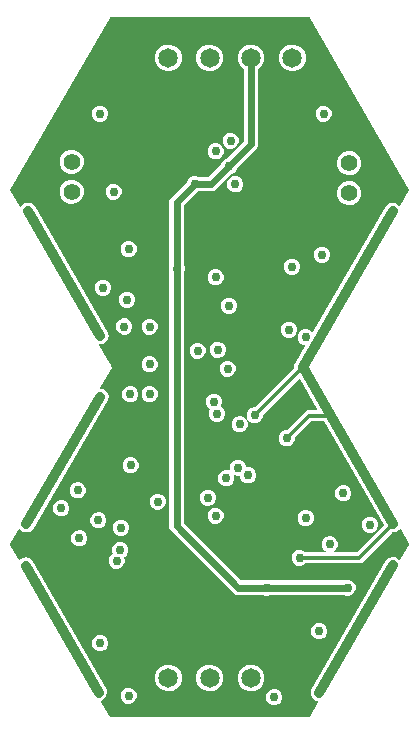
<source format=gbr>
G04 EAGLE Gerber RS-274X export*
G75*
%MOMM*%
%FSLAX34Y34*%
%LPD*%
%INEAGLE Copper Layer 2*%
%IPPOS*%
%AMOC8*
5,1,8,0,0,1.08239X$1,22.5*%
G01*
%ADD10C,1.650000*%
%ADD11C,1.422400*%
%ADD12C,0.756400*%
%ADD13C,0.812800*%
%ADD14C,0.304800*%
%ADD15C,0.609600*%

G36*
X314201Y106013D02*
X314201Y106013D01*
X314274Y106020D01*
X314298Y106033D01*
X314325Y106038D01*
X314386Y106080D01*
X314451Y106115D01*
X314470Y106137D01*
X314491Y106151D01*
X314520Y106196D01*
X314568Y106252D01*
X321863Y118889D01*
X321865Y118893D01*
X321868Y118897D01*
X321897Y118989D01*
X321927Y119079D01*
X321927Y119084D01*
X321928Y119088D01*
X321919Y119184D01*
X321912Y119279D01*
X321910Y119283D01*
X321910Y119288D01*
X321865Y119372D01*
X321821Y119458D01*
X321818Y119461D01*
X321816Y119465D01*
X321742Y119525D01*
X321668Y119587D01*
X321664Y119588D01*
X321660Y119591D01*
X321489Y119646D01*
X320380Y119789D01*
X317926Y121197D01*
X316197Y123437D01*
X315457Y126168D01*
X315818Y128974D01*
X379344Y239716D01*
X381584Y241445D01*
X384315Y242185D01*
X387122Y241824D01*
X389576Y240416D01*
X390514Y239200D01*
X390517Y239198D01*
X390518Y239195D01*
X390593Y239132D01*
X390666Y239069D01*
X390669Y239068D01*
X390671Y239066D01*
X390765Y239036D01*
X390856Y239006D01*
X390860Y239007D01*
X390863Y239006D01*
X390959Y239015D01*
X391056Y239023D01*
X391059Y239024D01*
X391062Y239024D01*
X391147Y239070D01*
X391234Y239115D01*
X391236Y239117D01*
X391239Y239119D01*
X391355Y239257D01*
X398826Y252196D01*
X398849Y252266D01*
X398880Y252334D01*
X398881Y252361D01*
X398890Y252386D01*
X398884Y252460D01*
X398887Y252534D01*
X398877Y252561D01*
X398875Y252586D01*
X398851Y252634D01*
X398826Y252704D01*
X391535Y265332D01*
X391533Y265334D01*
X391531Y265338D01*
X391466Y265410D01*
X391403Y265482D01*
X391399Y265484D01*
X391397Y265487D01*
X391310Y265527D01*
X391222Y265569D01*
X391218Y265569D01*
X391215Y265571D01*
X391119Y265575D01*
X391022Y265580D01*
X391018Y265578D01*
X391015Y265579D01*
X390925Y265545D01*
X390834Y265512D01*
X390831Y265509D01*
X390827Y265508D01*
X390694Y265387D01*
X389976Y264452D01*
X387526Y263037D01*
X384677Y262663D01*
X384624Y262672D01*
X384598Y262666D01*
X384571Y262667D01*
X384501Y262643D01*
X384429Y262626D01*
X384405Y262610D01*
X384381Y262602D01*
X384342Y262566D01*
X384281Y262524D01*
X358484Y236727D01*
X311368Y236727D01*
X311360Y236726D01*
X311352Y236727D01*
X311262Y236706D01*
X311171Y236688D01*
X311164Y236683D01*
X311157Y236681D01*
X311009Y236579D01*
X309939Y235509D01*
X309453Y235308D01*
X308229Y234801D01*
X307429Y234469D01*
X304711Y234469D01*
X302201Y235509D01*
X300279Y237431D01*
X299239Y239941D01*
X299239Y242659D01*
X300279Y245169D01*
X302201Y247091D01*
X303336Y247561D01*
X304561Y248068D01*
X304711Y248131D01*
X307429Y248131D01*
X309939Y247091D01*
X311009Y246021D01*
X311015Y246017D01*
X311020Y246011D01*
X311099Y245962D01*
X311176Y245910D01*
X311184Y245909D01*
X311190Y245905D01*
X311368Y245873D01*
X327625Y245873D01*
X327627Y245873D01*
X327628Y245873D01*
X327724Y245893D01*
X327822Y245912D01*
X327823Y245913D01*
X327824Y245913D01*
X327903Y245968D01*
X327988Y246025D01*
X327988Y246026D01*
X327989Y246027D01*
X328043Y246110D01*
X328097Y246193D01*
X328097Y246194D01*
X328098Y246195D01*
X328115Y246293D01*
X328132Y246390D01*
X328132Y246392D01*
X328132Y246393D01*
X328111Y246487D01*
X328089Y246586D01*
X328088Y246587D01*
X328088Y246588D01*
X328031Y246668D01*
X327973Y246749D01*
X327972Y246750D01*
X327971Y246751D01*
X327819Y246849D01*
X327601Y246939D01*
X325679Y248861D01*
X324639Y251371D01*
X324639Y254089D01*
X325679Y256599D01*
X327601Y258521D01*
X328083Y258721D01*
X329307Y259228D01*
X329308Y259228D01*
X330111Y259561D01*
X332829Y259561D01*
X335339Y258521D01*
X337261Y256599D01*
X338301Y254089D01*
X338301Y251371D01*
X337261Y248861D01*
X335339Y246939D01*
X335121Y246849D01*
X335120Y246848D01*
X335118Y246848D01*
X335037Y246792D01*
X334954Y246737D01*
X334954Y246736D01*
X334952Y246735D01*
X334899Y246652D01*
X334844Y246569D01*
X334844Y246568D01*
X334843Y246567D01*
X334825Y246467D01*
X334808Y246372D01*
X334808Y246371D01*
X334808Y246370D01*
X334830Y246269D01*
X334850Y246176D01*
X334851Y246175D01*
X334851Y246174D01*
X334910Y246091D01*
X334965Y246012D01*
X334966Y246012D01*
X334967Y246011D01*
X335052Y245958D01*
X335135Y245906D01*
X335136Y245905D01*
X335137Y245905D01*
X335315Y245873D01*
X354486Y245873D01*
X354494Y245874D01*
X354502Y245873D01*
X354591Y245894D01*
X354683Y245912D01*
X354689Y245917D01*
X354697Y245919D01*
X354845Y246021D01*
X377346Y268523D01*
X377368Y268556D01*
X377398Y268583D01*
X377423Y268639D01*
X377457Y268690D01*
X377465Y268729D01*
X377481Y268765D01*
X377483Y268826D01*
X377495Y268887D01*
X377487Y268926D01*
X377488Y268966D01*
X377464Y269032D01*
X377453Y269083D01*
X377438Y269105D01*
X377427Y269135D01*
X326833Y356790D01*
X326809Y356832D01*
X326760Y356888D01*
X326717Y356948D01*
X326694Y356962D01*
X326676Y356983D01*
X326609Y357015D01*
X326547Y357054D01*
X326518Y357059D01*
X326496Y357070D01*
X326442Y357073D01*
X326369Y357086D01*
X316272Y357086D01*
X316264Y357084D01*
X316257Y357086D01*
X316167Y357065D01*
X316076Y357046D01*
X316069Y357042D01*
X316061Y357040D01*
X315913Y356937D01*
X302004Y343028D01*
X301999Y343021D01*
X301993Y343017D01*
X301944Y342938D01*
X301893Y342861D01*
X301891Y342853D01*
X301887Y342847D01*
X301855Y342669D01*
X301855Y341157D01*
X300815Y338646D01*
X298894Y336725D01*
X297750Y336251D01*
X297749Y336251D01*
X296525Y335743D01*
X296383Y335685D01*
X293666Y335685D01*
X291155Y336725D01*
X289234Y338646D01*
X288194Y341157D01*
X288194Y343874D01*
X289234Y346385D01*
X291155Y348306D01*
X291632Y348504D01*
X292857Y349011D01*
X293666Y349346D01*
X295178Y349346D01*
X295186Y349348D01*
X295194Y349346D01*
X295284Y349367D01*
X295375Y349386D01*
X295381Y349390D01*
X295389Y349392D01*
X295537Y349495D01*
X312274Y366231D01*
X320505Y366231D01*
X320542Y366239D01*
X320579Y366237D01*
X320639Y366258D01*
X320702Y366271D01*
X320732Y366292D01*
X320767Y366305D01*
X320815Y366348D01*
X320867Y366384D01*
X320888Y366415D01*
X320915Y366440D01*
X320942Y366498D01*
X320977Y366552D01*
X320983Y366588D01*
X320999Y366622D01*
X321001Y366686D01*
X321012Y366749D01*
X321004Y366785D01*
X321005Y366823D01*
X320980Y366892D01*
X320969Y366945D01*
X320954Y366965D01*
X320944Y366992D01*
X306100Y392710D01*
X306053Y392764D01*
X306012Y392823D01*
X305987Y392838D01*
X305968Y392861D01*
X305903Y392892D01*
X305843Y392930D01*
X305814Y392935D01*
X305787Y392948D01*
X305716Y392952D01*
X305645Y392964D01*
X305617Y392957D01*
X305587Y392958D01*
X305520Y392934D01*
X305450Y392918D01*
X305424Y392900D01*
X305398Y392891D01*
X305360Y392856D01*
X305302Y392815D01*
X274949Y362462D01*
X274945Y362456D01*
X274939Y362451D01*
X274890Y362373D01*
X274838Y362296D01*
X274837Y362288D01*
X274833Y362281D01*
X274801Y362104D01*
X274801Y360591D01*
X273761Y358081D01*
X271839Y356159D01*
X271536Y356033D01*
X270311Y355526D01*
X269329Y355119D01*
X266611Y355119D01*
X264101Y356159D01*
X262157Y358103D01*
X262156Y358104D01*
X262155Y358105D01*
X262073Y358159D01*
X261990Y358214D01*
X261989Y358214D01*
X261988Y358215D01*
X261890Y358233D01*
X261844Y358242D01*
X261861Y358269D01*
X261915Y358354D01*
X261915Y358355D01*
X261916Y358356D01*
X261932Y358455D01*
X261949Y358551D01*
X261948Y358553D01*
X261949Y358554D01*
X261910Y358730D01*
X261139Y360591D01*
X261139Y363309D01*
X262179Y365819D01*
X264101Y367741D01*
X264194Y367779D01*
X265418Y368287D01*
X266611Y368781D01*
X268124Y368781D01*
X268132Y368782D01*
X268139Y368781D01*
X268229Y368802D01*
X268320Y368820D01*
X268327Y368825D01*
X268334Y368827D01*
X268482Y368929D01*
X301223Y401670D01*
X301265Y401733D01*
X301313Y401791D01*
X301320Y401816D01*
X301334Y401837D01*
X301348Y401911D01*
X301370Y401983D01*
X301367Y402011D01*
X301372Y402034D01*
X301370Y402042D01*
X301430Y402509D01*
X301426Y402563D01*
X301429Y402640D01*
X301373Y403065D01*
X301606Y403932D01*
X301608Y403964D01*
X301619Y404000D01*
X301732Y404890D01*
X301946Y405263D01*
X301963Y405315D01*
X301995Y405384D01*
X302106Y405798D01*
X302653Y406510D01*
X302667Y406539D01*
X302691Y406568D01*
X310595Y420400D01*
X310607Y420435D01*
X310626Y420465D01*
X310638Y420529D01*
X310658Y420591D01*
X310656Y420627D01*
X310662Y420662D01*
X310648Y420726D01*
X310643Y420790D01*
X310626Y420823D01*
X310618Y420858D01*
X310581Y420911D01*
X310551Y420969D01*
X310523Y420992D01*
X310502Y421021D01*
X310447Y421056D01*
X310397Y421097D01*
X310363Y421108D01*
X310332Y421127D01*
X310258Y421141D01*
X310206Y421157D01*
X310182Y421154D01*
X310155Y421159D01*
X309791Y421159D01*
X307281Y422199D01*
X305359Y424121D01*
X304319Y426631D01*
X304319Y429349D01*
X305359Y431859D01*
X307281Y433781D01*
X308363Y434229D01*
X309587Y434736D01*
X309588Y434736D01*
X309791Y434821D01*
X312509Y434821D01*
X315019Y433781D01*
X316598Y432202D01*
X316657Y432163D01*
X316712Y432117D01*
X316740Y432108D01*
X316765Y432091D01*
X316835Y432078D01*
X316903Y432057D01*
X316933Y432059D01*
X316962Y432054D01*
X317031Y432068D01*
X317102Y432075D01*
X317129Y432089D01*
X317158Y432095D01*
X317216Y432136D01*
X317279Y432170D01*
X317300Y432194D01*
X317322Y432210D01*
X317350Y432253D01*
X317396Y432307D01*
X317681Y432800D01*
X317681Y432801D01*
X317682Y432802D01*
X318413Y434082D01*
X318441Y434115D01*
X379361Y539456D01*
X381607Y541176D01*
X384341Y541907D01*
X387146Y541536D01*
X389596Y540119D01*
X390421Y539042D01*
X390424Y539039D01*
X390426Y539035D01*
X390500Y538973D01*
X390572Y538910D01*
X390576Y538908D01*
X390579Y538906D01*
X390672Y538877D01*
X390762Y538847D01*
X390766Y538847D01*
X390770Y538846D01*
X390867Y538855D01*
X390962Y538862D01*
X390966Y538864D01*
X390970Y538864D01*
X391056Y538910D01*
X391140Y538954D01*
X391143Y538957D01*
X391147Y538959D01*
X391263Y539097D01*
X398826Y552196D01*
X398849Y552266D01*
X398880Y552334D01*
X398881Y552361D01*
X398890Y552386D01*
X398884Y552460D01*
X398887Y552534D01*
X398877Y552561D01*
X398875Y552586D01*
X398851Y552634D01*
X398826Y552704D01*
X314568Y698648D01*
X314519Y698703D01*
X314476Y698763D01*
X314453Y698778D01*
X314435Y698798D01*
X314368Y698830D01*
X314306Y698869D01*
X314277Y698874D01*
X314255Y698885D01*
X314201Y698888D01*
X314128Y698901D01*
X145612Y698901D01*
X145539Y698887D01*
X145466Y698880D01*
X145442Y698867D01*
X145415Y698862D01*
X145354Y698820D01*
X145289Y698785D01*
X145270Y698763D01*
X145249Y698749D01*
X145220Y698704D01*
X145172Y698648D01*
X60914Y552704D01*
X60891Y552634D01*
X60860Y552566D01*
X60859Y552539D01*
X60850Y552514D01*
X60856Y552440D01*
X60853Y552366D01*
X60863Y552339D01*
X60865Y552314D01*
X60889Y552266D01*
X60914Y552196D01*
X69023Y538151D01*
X69026Y538148D01*
X69027Y538144D01*
X69092Y538073D01*
X69155Y538001D01*
X69159Y537999D01*
X69162Y537996D01*
X69248Y537956D01*
X69336Y537914D01*
X69340Y537913D01*
X69344Y537912D01*
X69439Y537908D01*
X69536Y537903D01*
X69540Y537904D01*
X69544Y537904D01*
X69634Y537938D01*
X69725Y537971D01*
X69728Y537974D01*
X69732Y537975D01*
X69865Y538096D01*
X71414Y540119D01*
X73864Y541536D01*
X76669Y541907D01*
X79403Y541176D01*
X81649Y539456D01*
X144026Y431596D01*
X144397Y428791D01*
X143666Y426057D01*
X141946Y423811D01*
X139496Y422395D01*
X136864Y422046D01*
X136860Y422045D01*
X136856Y422045D01*
X136766Y422012D01*
X136674Y421981D01*
X136671Y421978D01*
X136668Y421977D01*
X136597Y421912D01*
X136525Y421848D01*
X136523Y421844D01*
X136520Y421842D01*
X136480Y421754D01*
X136438Y421667D01*
X136438Y421663D01*
X136437Y421659D01*
X136433Y421562D01*
X136429Y421466D01*
X136430Y421463D01*
X136430Y421459D01*
X136491Y421290D01*
X145800Y405166D01*
X145828Y405134D01*
X145848Y405096D01*
X145899Y405053D01*
X145932Y405015D01*
X145959Y405002D01*
X145986Y404980D01*
X146317Y404788D01*
X146560Y403884D01*
X146584Y403835D01*
X146610Y403762D01*
X147078Y402951D01*
X146979Y402581D01*
X146976Y402539D01*
X146964Y402498D01*
X146970Y402432D01*
X146967Y402381D01*
X146976Y402353D01*
X146979Y402319D01*
X147078Y401949D01*
X146610Y401138D01*
X146593Y401086D01*
X146560Y401016D01*
X146317Y400112D01*
X145986Y399920D01*
X145954Y399892D01*
X145916Y399872D01*
X145873Y399821D01*
X145835Y399788D01*
X145822Y399761D01*
X145800Y399734D01*
X137323Y385052D01*
X137322Y385049D01*
X137321Y385047D01*
X137290Y384954D01*
X137259Y384862D01*
X137259Y384859D01*
X137259Y384857D01*
X137267Y384760D01*
X137274Y384662D01*
X137275Y384660D01*
X137275Y384657D01*
X137321Y384570D01*
X137365Y384483D01*
X137367Y384482D01*
X137368Y384479D01*
X137444Y384416D01*
X137518Y384354D01*
X137520Y384353D01*
X137523Y384351D01*
X137694Y384296D01*
X139523Y384046D01*
X141967Y382620D01*
X143679Y380367D01*
X144399Y377630D01*
X144016Y374827D01*
X79975Y265098D01*
X77722Y263386D01*
X74985Y262666D01*
X72182Y263049D01*
X69738Y264475D01*
X69047Y265384D01*
X69043Y265387D01*
X69041Y265392D01*
X68968Y265453D01*
X68897Y265516D01*
X68892Y265518D01*
X68888Y265521D01*
X68796Y265550D01*
X68707Y265580D01*
X68702Y265580D01*
X68697Y265581D01*
X68602Y265572D01*
X68507Y265565D01*
X68502Y265563D01*
X68497Y265563D01*
X68413Y265518D01*
X68328Y265474D01*
X68325Y265470D01*
X68320Y265468D01*
X68204Y265330D01*
X60914Y252704D01*
X60891Y252634D01*
X60860Y252566D01*
X60859Y252539D01*
X60850Y252514D01*
X60856Y252440D01*
X60853Y252366D01*
X60863Y252339D01*
X60865Y252314D01*
X60889Y252266D01*
X60914Y252196D01*
X68167Y239634D01*
X68169Y239631D01*
X68170Y239628D01*
X68233Y239559D01*
X68244Y239543D01*
X68250Y239539D01*
X68299Y239484D01*
X68303Y239482D01*
X68305Y239479D01*
X68392Y239439D01*
X68480Y239396D01*
X68483Y239396D01*
X68487Y239395D01*
X68583Y239391D01*
X68680Y239386D01*
X68683Y239387D01*
X68687Y239387D01*
X68778Y239421D01*
X68869Y239454D01*
X68871Y239456D01*
X68875Y239458D01*
X68978Y239551D01*
X68988Y239558D01*
X68991Y239563D01*
X69008Y239579D01*
X69213Y239845D01*
X71665Y241258D01*
X74471Y241626D01*
X77203Y240891D01*
X79447Y239167D01*
X142759Y129326D01*
X143126Y126520D01*
X142392Y123788D01*
X140668Y121544D01*
X138216Y120131D01*
X137987Y120101D01*
X137983Y120100D01*
X137979Y120100D01*
X137889Y120068D01*
X137798Y120036D01*
X137795Y120034D01*
X137791Y120032D01*
X137720Y119967D01*
X137648Y119903D01*
X137646Y119899D01*
X137643Y119897D01*
X137603Y119809D01*
X137561Y119722D01*
X137561Y119718D01*
X137559Y119714D01*
X137556Y119617D01*
X137552Y119522D01*
X137553Y119518D01*
X137553Y119514D01*
X137614Y119345D01*
X145172Y106252D01*
X145221Y106197D01*
X145264Y106137D01*
X145287Y106122D01*
X145305Y106102D01*
X145372Y106070D01*
X145434Y106031D01*
X145463Y106026D01*
X145485Y106015D01*
X145539Y106012D01*
X145612Y105999D01*
X314128Y105999D01*
X314201Y106013D01*
G37*
%LPC*%
G36*
X276771Y209069D02*
X276771Y209069D01*
X275092Y209765D01*
X275083Y209766D01*
X275076Y209771D01*
X274898Y209803D01*
X252787Y209803D01*
X250547Y210731D01*
X196761Y264517D01*
X195833Y266757D01*
X195833Y482768D01*
X195831Y482777D01*
X195833Y482786D01*
X195795Y482962D01*
X195099Y484641D01*
X195099Y487359D01*
X195795Y489038D01*
X195796Y489047D01*
X195801Y489054D01*
X195833Y489232D01*
X195833Y543503D01*
X196761Y545743D01*
X198548Y547530D01*
X210574Y559556D01*
X210579Y559564D01*
X210586Y559569D01*
X210684Y559720D01*
X211379Y561399D01*
X213301Y563321D01*
X213921Y563578D01*
X215146Y564085D01*
X215811Y564361D01*
X218529Y564361D01*
X220208Y563665D01*
X220217Y563664D01*
X220224Y563659D01*
X220402Y563627D01*
X228405Y563627D01*
X228412Y563628D01*
X228420Y563627D01*
X228510Y563648D01*
X228601Y563666D01*
X228608Y563671D01*
X228615Y563673D01*
X228763Y563775D01*
X239784Y574796D01*
X239789Y574804D01*
X239796Y574809D01*
X239894Y574960D01*
X240589Y576639D01*
X242511Y578561D01*
X243077Y578795D01*
X244190Y579256D01*
X244197Y579261D01*
X244206Y579263D01*
X244354Y579366D01*
X258625Y593637D01*
X258629Y593643D01*
X258635Y593648D01*
X258684Y593727D01*
X258736Y593804D01*
X258737Y593811D01*
X258741Y593818D01*
X258773Y593995D01*
X258773Y654437D01*
X258772Y654443D01*
X258773Y654450D01*
X258752Y654541D01*
X258734Y654633D01*
X258730Y654639D01*
X258728Y654645D01*
X258674Y654722D01*
X258621Y654799D01*
X258616Y654803D01*
X258612Y654808D01*
X258476Y654895D01*
X255291Y658080D01*
X253571Y662233D01*
X253571Y666727D01*
X255291Y670880D01*
X258470Y674059D01*
X258710Y674158D01*
X258711Y674158D01*
X259935Y674666D01*
X261160Y675173D01*
X262384Y675680D01*
X262623Y675779D01*
X267117Y675779D01*
X271270Y674059D01*
X274449Y670880D01*
X276169Y666727D01*
X276169Y662233D01*
X274449Y658080D01*
X271269Y654901D01*
X271268Y654900D01*
X271191Y654846D01*
X271114Y654794D01*
X271110Y654788D01*
X271105Y654784D01*
X271055Y654705D01*
X271003Y654626D01*
X271002Y654620D01*
X270999Y654614D01*
X270967Y654437D01*
X270967Y590047D01*
X270039Y587807D01*
X252976Y570744D01*
X252971Y570736D01*
X252964Y570731D01*
X252866Y570580D01*
X252171Y568901D01*
X250249Y566979D01*
X249194Y566542D01*
X248570Y566284D01*
X248563Y566279D01*
X248554Y566277D01*
X248406Y566174D01*
X236380Y554148D01*
X234593Y552361D01*
X234540Y552339D01*
X233315Y551832D01*
X232353Y551433D01*
X220402Y551433D01*
X220393Y551431D01*
X220384Y551433D01*
X220208Y551395D01*
X220039Y551325D01*
X220038Y551325D01*
X219360Y551044D01*
X219353Y551039D01*
X219344Y551037D01*
X219196Y550934D01*
X208175Y539913D01*
X208171Y539907D01*
X208165Y539902D01*
X208116Y539823D01*
X208064Y539746D01*
X208063Y539739D01*
X208059Y539732D01*
X208027Y539555D01*
X208027Y489232D01*
X208029Y489223D01*
X208027Y489214D01*
X208065Y489038D01*
X208761Y487359D01*
X208761Y484641D01*
X208065Y482962D01*
X208064Y482953D01*
X208059Y482946D01*
X208027Y482768D01*
X208027Y270705D01*
X208028Y270698D01*
X208027Y270690D01*
X208048Y270600D01*
X208066Y270509D01*
X208071Y270502D01*
X208073Y270495D01*
X208175Y270347D01*
X256377Y222145D01*
X256383Y222141D01*
X256388Y222135D01*
X256467Y222086D01*
X256544Y222034D01*
X256551Y222033D01*
X256558Y222029D01*
X256735Y221997D01*
X274898Y221997D01*
X274907Y221999D01*
X274916Y221997D01*
X275092Y222035D01*
X275095Y222036D01*
X275486Y222199D01*
X275487Y222199D01*
X276711Y222706D01*
X276771Y222731D01*
X279489Y222731D01*
X281168Y222035D01*
X281177Y222034D01*
X281184Y222029D01*
X281362Y221997D01*
X343478Y221997D01*
X343487Y221999D01*
X343496Y221997D01*
X343672Y222035D01*
X343675Y222036D01*
X344066Y222199D01*
X344067Y222199D01*
X345291Y222706D01*
X345351Y222731D01*
X348069Y222731D01*
X350579Y221691D01*
X352501Y219769D01*
X353541Y217259D01*
X353541Y214541D01*
X352501Y212031D01*
X350579Y210109D01*
X350184Y209945D01*
X348959Y209438D01*
X348069Y209069D01*
X345351Y209069D01*
X343672Y209765D01*
X343663Y209766D01*
X343656Y209771D01*
X343478Y209803D01*
X281362Y209803D01*
X281353Y209801D01*
X281344Y209803D01*
X281168Y209765D01*
X281165Y209764D01*
X280379Y209438D01*
X279489Y209069D01*
X276771Y209069D01*
G37*
%LPD*%
%LPC*%
G36*
X242481Y301779D02*
X242481Y301779D01*
X239971Y302819D01*
X238049Y304741D01*
X237009Y307251D01*
X237009Y309969D01*
X238049Y312479D01*
X239971Y314401D01*
X240254Y314518D01*
X241478Y315025D01*
X242481Y315441D01*
X245199Y315441D01*
X246796Y314779D01*
X246799Y314779D01*
X246801Y314777D01*
X246897Y314759D01*
X246993Y314740D01*
X246996Y314741D01*
X246998Y314740D01*
X247094Y314761D01*
X247189Y314781D01*
X247191Y314783D01*
X247194Y314783D01*
X247275Y314840D01*
X247354Y314895D01*
X247356Y314897D01*
X247358Y314898D01*
X247410Y314980D01*
X247463Y315063D01*
X247463Y315066D01*
X247465Y315068D01*
X247481Y315164D01*
X247497Y315261D01*
X247497Y315263D01*
X247497Y315266D01*
X247459Y315442D01*
X247169Y316141D01*
X247169Y318859D01*
X248209Y321369D01*
X250131Y323291D01*
X250994Y323649D01*
X252219Y324156D01*
X252641Y324331D01*
X255359Y324331D01*
X257869Y323291D01*
X259791Y321369D01*
X260831Y318859D01*
X260831Y318488D01*
X260832Y318483D01*
X260831Y318478D01*
X260852Y318384D01*
X260870Y318291D01*
X260873Y318287D01*
X260874Y318282D01*
X260930Y318204D01*
X260983Y318126D01*
X260987Y318123D01*
X260990Y318119D01*
X261072Y318068D01*
X261151Y318016D01*
X261156Y318016D01*
X261161Y318013D01*
X261338Y317981D01*
X263769Y317981D01*
X266279Y316941D01*
X268201Y315019D01*
X269241Y312509D01*
X269241Y309791D01*
X268201Y307281D01*
X266279Y305359D01*
X266157Y305308D01*
X264932Y304801D01*
X263769Y304319D01*
X261051Y304319D01*
X258541Y305359D01*
X256619Y307281D01*
X255579Y309791D01*
X255579Y310162D01*
X255578Y310167D01*
X255579Y310172D01*
X255558Y310265D01*
X255540Y310359D01*
X255537Y310363D01*
X255536Y310368D01*
X255480Y310446D01*
X255427Y310524D01*
X255423Y310527D01*
X255420Y310531D01*
X255338Y310582D01*
X255259Y310634D01*
X255254Y310634D01*
X255249Y310637D01*
X255072Y310669D01*
X252641Y310669D01*
X251044Y311331D01*
X251041Y311331D01*
X251039Y311333D01*
X250943Y311351D01*
X250847Y311370D01*
X250844Y311369D01*
X250842Y311370D01*
X250748Y311349D01*
X250651Y311329D01*
X250649Y311327D01*
X250646Y311327D01*
X250566Y311271D01*
X250486Y311216D01*
X250484Y311213D01*
X250482Y311212D01*
X250430Y311129D01*
X250377Y311047D01*
X250377Y311044D01*
X250375Y311042D01*
X250359Y310946D01*
X250343Y310849D01*
X250343Y310847D01*
X250343Y310844D01*
X250381Y310668D01*
X250671Y309969D01*
X250671Y307251D01*
X249631Y304741D01*
X247709Y302819D01*
X247596Y302772D01*
X246371Y302265D01*
X245199Y301779D01*
X242481Y301779D01*
G37*
%LPD*%
%LPC*%
G36*
X192623Y128131D02*
X192623Y128131D01*
X188470Y129851D01*
X185291Y133030D01*
X183571Y137183D01*
X183571Y141677D01*
X185291Y145830D01*
X188470Y149009D01*
X188822Y149155D01*
X190047Y149662D01*
X191271Y150169D01*
X192496Y150676D01*
X192623Y150729D01*
X197117Y150729D01*
X201270Y149009D01*
X204449Y145830D01*
X206169Y141677D01*
X206169Y137183D01*
X204449Y133030D01*
X201270Y129851D01*
X201146Y129800D01*
X199921Y129293D01*
X198697Y128785D01*
X197472Y128278D01*
X197117Y128131D01*
X192623Y128131D01*
G37*
%LPD*%
%LPC*%
G36*
X227623Y128131D02*
X227623Y128131D01*
X223470Y129851D01*
X220291Y133030D01*
X218571Y137183D01*
X218571Y141677D01*
X220291Y145830D01*
X223470Y149009D01*
X223822Y149155D01*
X225047Y149662D01*
X226271Y150169D01*
X227496Y150676D01*
X227623Y150729D01*
X232117Y150729D01*
X236270Y149009D01*
X239449Y145830D01*
X241169Y141677D01*
X241169Y137183D01*
X239449Y133030D01*
X236270Y129851D01*
X236146Y129800D01*
X234921Y129293D01*
X233697Y128785D01*
X232472Y128278D01*
X232117Y128131D01*
X227623Y128131D01*
G37*
%LPD*%
%LPC*%
G36*
X262623Y128131D02*
X262623Y128131D01*
X258470Y129851D01*
X255291Y133030D01*
X253571Y137183D01*
X253571Y141677D01*
X255291Y145830D01*
X258470Y149009D01*
X258822Y149155D01*
X260047Y149662D01*
X261271Y150169D01*
X262496Y150676D01*
X262623Y150729D01*
X267117Y150729D01*
X271270Y149009D01*
X274449Y145830D01*
X276169Y141677D01*
X276169Y137183D01*
X274449Y133030D01*
X271270Y129851D01*
X271146Y129800D01*
X269921Y129293D01*
X268697Y128785D01*
X267472Y128278D01*
X267117Y128131D01*
X262623Y128131D01*
G37*
%LPD*%
%LPC*%
G36*
X192623Y653181D02*
X192623Y653181D01*
X188470Y654901D01*
X185291Y658080D01*
X183571Y662233D01*
X183571Y666727D01*
X185291Y670880D01*
X188470Y674059D01*
X188710Y674158D01*
X188711Y674158D01*
X189935Y674666D01*
X191160Y675173D01*
X192384Y675680D01*
X192623Y675779D01*
X197117Y675779D01*
X201270Y674059D01*
X204449Y670880D01*
X206169Y666727D01*
X206169Y662233D01*
X204449Y658080D01*
X201270Y654901D01*
X201034Y654804D01*
X199810Y654296D01*
X199809Y654296D01*
X198585Y653789D01*
X197360Y653282D01*
X197117Y653181D01*
X192623Y653181D01*
G37*
%LPD*%
%LPC*%
G36*
X227623Y653181D02*
X227623Y653181D01*
X223470Y654901D01*
X220291Y658080D01*
X218571Y662233D01*
X218571Y666727D01*
X220291Y670880D01*
X223470Y674059D01*
X223710Y674158D01*
X223711Y674158D01*
X224935Y674666D01*
X226160Y675173D01*
X227384Y675680D01*
X227623Y675779D01*
X232117Y675779D01*
X236270Y674059D01*
X239449Y670880D01*
X241169Y666727D01*
X241169Y662233D01*
X239449Y658080D01*
X236270Y654901D01*
X236034Y654804D01*
X234810Y654296D01*
X234809Y654296D01*
X233585Y653789D01*
X232360Y653282D01*
X232117Y653181D01*
X227623Y653181D01*
G37*
%LPD*%
%LPC*%
G36*
X297623Y653181D02*
X297623Y653181D01*
X293470Y654901D01*
X290291Y658080D01*
X288571Y662233D01*
X288571Y666727D01*
X290291Y670880D01*
X293470Y674059D01*
X293710Y674158D01*
X293711Y674158D01*
X294935Y674666D01*
X296160Y675173D01*
X297384Y675680D01*
X297623Y675779D01*
X302117Y675779D01*
X306270Y674059D01*
X309449Y670880D01*
X311169Y666727D01*
X311169Y662233D01*
X309449Y658080D01*
X306270Y654901D01*
X306034Y654804D01*
X304810Y654296D01*
X304809Y654296D01*
X303585Y653789D01*
X302360Y653282D01*
X302117Y653181D01*
X297623Y653181D01*
G37*
%LPD*%
%LPC*%
G36*
X111009Y541019D02*
X111009Y541019D01*
X107274Y542566D01*
X104416Y545424D01*
X102869Y549159D01*
X102869Y553201D01*
X104416Y556936D01*
X107274Y559794D01*
X107837Y560027D01*
X107838Y560027D01*
X109062Y560534D01*
X110287Y561042D01*
X111009Y561341D01*
X115051Y561341D01*
X118786Y559794D01*
X121644Y556936D01*
X123191Y553201D01*
X123191Y549159D01*
X121644Y545424D01*
X118786Y542566D01*
X117888Y542194D01*
X117887Y542194D01*
X116663Y541687D01*
X115438Y541180D01*
X115051Y541019D01*
X111009Y541019D01*
G37*
%LPD*%
%LPC*%
G36*
X111009Y566419D02*
X111009Y566419D01*
X107274Y567966D01*
X104416Y570824D01*
X102869Y574559D01*
X102869Y578601D01*
X104416Y582336D01*
X107274Y585194D01*
X107747Y585390D01*
X108971Y585897D01*
X108972Y585897D01*
X110196Y586404D01*
X111009Y586741D01*
X115051Y586741D01*
X118786Y585194D01*
X121644Y582336D01*
X123191Y578601D01*
X123191Y574559D01*
X121644Y570824D01*
X118786Y567966D01*
X117797Y567557D01*
X116572Y567049D01*
X115348Y566542D01*
X115051Y566419D01*
X111009Y566419D01*
G37*
%LPD*%
%LPC*%
G36*
X345959Y565149D02*
X345959Y565149D01*
X342224Y566696D01*
X339366Y569554D01*
X337819Y573289D01*
X337819Y577331D01*
X339366Y581066D01*
X342224Y583924D01*
X343314Y584375D01*
X344538Y584882D01*
X345763Y585390D01*
X345959Y585471D01*
X350001Y585471D01*
X353736Y583924D01*
X356594Y581066D01*
X358141Y577331D01*
X358141Y573289D01*
X356594Y569554D01*
X353736Y566696D01*
X353364Y566542D01*
X352139Y566035D01*
X350915Y565528D01*
X350001Y565149D01*
X345959Y565149D01*
G37*
%LPD*%
%LPC*%
G36*
X345959Y539749D02*
X345959Y539749D01*
X342224Y541296D01*
X339366Y544154D01*
X337819Y547889D01*
X337819Y551931D01*
X339366Y555666D01*
X342224Y558524D01*
X343404Y559013D01*
X344629Y559520D01*
X345853Y560027D01*
X345854Y560027D01*
X345959Y560071D01*
X350001Y560071D01*
X353736Y558524D01*
X356594Y555666D01*
X358141Y551931D01*
X358141Y547889D01*
X356594Y544154D01*
X353736Y541296D01*
X353454Y541180D01*
X352230Y540672D01*
X351005Y540165D01*
X350001Y539749D01*
X345959Y539749D01*
G37*
%LPD*%
%LPC*%
G36*
X234861Y356389D02*
X234861Y356389D01*
X232351Y357429D01*
X230429Y359351D01*
X229389Y361861D01*
X229389Y364579D01*
X230321Y366829D01*
X230322Y366834D01*
X230325Y366838D01*
X230342Y366932D01*
X230360Y367025D01*
X230359Y367031D01*
X230360Y367036D01*
X230338Y367128D01*
X230319Y367222D01*
X230316Y367226D01*
X230315Y367231D01*
X230260Y367308D01*
X230206Y367387D01*
X230201Y367390D01*
X230198Y367394D01*
X230047Y367491D01*
X229811Y367589D01*
X227889Y369511D01*
X226849Y372021D01*
X226849Y374739D01*
X227889Y377249D01*
X229811Y379171D01*
X230475Y379446D01*
X231700Y379953D01*
X232321Y380211D01*
X235039Y380211D01*
X237549Y379171D01*
X239471Y377249D01*
X240511Y374739D01*
X240511Y372021D01*
X239579Y369771D01*
X239578Y369766D01*
X239575Y369762D01*
X239558Y369668D01*
X239540Y369575D01*
X239541Y369569D01*
X239540Y369564D01*
X239562Y369472D01*
X239581Y369378D01*
X239584Y369374D01*
X239585Y369369D01*
X239640Y369292D01*
X239694Y369213D01*
X239699Y369210D01*
X239702Y369206D01*
X239853Y369109D01*
X240089Y369011D01*
X242011Y367089D01*
X243051Y364579D01*
X243051Y361861D01*
X242011Y359351D01*
X240089Y357429D01*
X239169Y357048D01*
X237944Y356541D01*
X237579Y356389D01*
X234861Y356389D01*
G37*
%LPD*%
%LPC*%
G36*
X149771Y231929D02*
X149771Y231929D01*
X147261Y232969D01*
X145339Y234891D01*
X144299Y237401D01*
X144299Y240119D01*
X145339Y242629D01*
X147261Y244551D01*
X147683Y244726D01*
X147687Y244729D01*
X147692Y244730D01*
X147771Y244785D01*
X147849Y244837D01*
X147852Y244842D01*
X147856Y244845D01*
X147907Y244925D01*
X147959Y245005D01*
X147960Y245010D01*
X147963Y245015D01*
X147979Y245109D01*
X147996Y245202D01*
X147995Y245207D01*
X147996Y245212D01*
X147957Y245388D01*
X147501Y246489D01*
X147501Y249207D01*
X148541Y251717D01*
X150463Y253639D01*
X150485Y253648D01*
X151710Y254155D01*
X152934Y254663D01*
X152935Y254663D01*
X152973Y254679D01*
X155691Y254679D01*
X158201Y253639D01*
X160123Y251717D01*
X161163Y249207D01*
X161163Y246489D01*
X160123Y243979D01*
X158201Y242057D01*
X157827Y241902D01*
X157779Y241882D01*
X157775Y241879D01*
X157770Y241878D01*
X157691Y241823D01*
X157613Y241771D01*
X157610Y241766D01*
X157606Y241763D01*
X157555Y241683D01*
X157503Y241603D01*
X157502Y241598D01*
X157499Y241593D01*
X157484Y241499D01*
X157466Y241406D01*
X157467Y241401D01*
X157466Y241396D01*
X157505Y241220D01*
X157961Y240119D01*
X157961Y237401D01*
X156921Y234891D01*
X154999Y232969D01*
X154523Y232772D01*
X154522Y232772D01*
X153298Y232264D01*
X152489Y231929D01*
X149771Y231929D01*
G37*
%LPD*%
%LPC*%
G36*
X253911Y347499D02*
X253911Y347499D01*
X251401Y348539D01*
X249479Y350461D01*
X248439Y352971D01*
X248439Y355689D01*
X249479Y358199D01*
X251401Y360121D01*
X251521Y360171D01*
X252745Y360678D01*
X252746Y360678D01*
X253911Y361161D01*
X256629Y361161D01*
X259139Y360121D01*
X261083Y358177D01*
X261084Y358176D01*
X261085Y358175D01*
X261168Y358121D01*
X261250Y358066D01*
X261251Y358066D01*
X261252Y358065D01*
X261350Y358047D01*
X261396Y358038D01*
X261379Y358011D01*
X261325Y357926D01*
X261325Y357925D01*
X261324Y357924D01*
X261308Y357825D01*
X261291Y357729D01*
X261292Y357727D01*
X261291Y357726D01*
X261330Y357550D01*
X262101Y355689D01*
X262101Y352971D01*
X261061Y350461D01*
X259139Y348539D01*
X258863Y348425D01*
X257638Y347917D01*
X256629Y347499D01*
X253911Y347499D01*
G37*
%LPD*%
%LPC*%
G36*
X147231Y544349D02*
X147231Y544349D01*
X144721Y545389D01*
X142799Y547311D01*
X141759Y549821D01*
X141759Y552539D01*
X142799Y555049D01*
X144721Y556971D01*
X144751Y556984D01*
X144752Y556984D01*
X145976Y557491D01*
X147201Y557998D01*
X147231Y558011D01*
X149949Y558011D01*
X152459Y556971D01*
X154381Y555049D01*
X155421Y552539D01*
X155421Y549821D01*
X154381Y547311D01*
X152459Y545389D01*
X152094Y545238D01*
X152093Y545238D01*
X150869Y544730D01*
X149949Y544349D01*
X147231Y544349D01*
G37*
%LPD*%
%LPC*%
G36*
X323761Y491009D02*
X323761Y491009D01*
X321251Y492049D01*
X319329Y493971D01*
X318289Y496481D01*
X318289Y499199D01*
X319329Y501709D01*
X321251Y503631D01*
X321472Y503722D01*
X322696Y504230D01*
X323761Y504671D01*
X326479Y504671D01*
X328989Y503631D01*
X330911Y501709D01*
X331951Y499199D01*
X331951Y496481D01*
X330911Y493971D01*
X328989Y492049D01*
X328814Y491976D01*
X328813Y491976D01*
X327589Y491469D01*
X326479Y491009D01*
X323761Y491009D01*
G37*
%LPD*%
%LPC*%
G36*
X298361Y480849D02*
X298361Y480849D01*
X295851Y481889D01*
X293929Y483811D01*
X292889Y486321D01*
X292889Y489039D01*
X293929Y491549D01*
X295851Y493471D01*
X296108Y493577D01*
X297332Y494085D01*
X297333Y494085D01*
X298361Y494511D01*
X301079Y494511D01*
X303589Y493471D01*
X305511Y491549D01*
X306551Y489039D01*
X306551Y486321D01*
X305511Y483811D01*
X303589Y481889D01*
X303450Y481831D01*
X302225Y481324D01*
X301079Y480849D01*
X298361Y480849D01*
G37*
%LPD*%
%LPC*%
G36*
X138341Y463069D02*
X138341Y463069D01*
X135831Y464109D01*
X133909Y466031D01*
X132869Y468541D01*
X132869Y471259D01*
X133909Y473769D01*
X135831Y475691D01*
X136151Y475824D01*
X137376Y476331D01*
X138341Y476731D01*
X141059Y476731D01*
X143569Y475691D01*
X145491Y473769D01*
X146531Y471259D01*
X146531Y468541D01*
X145491Y466031D01*
X143569Y464109D01*
X143493Y464078D01*
X142269Y463570D01*
X142268Y463570D01*
X141059Y463069D01*
X138341Y463069D01*
G37*
%LPD*%
%LPC*%
G36*
X341541Y289079D02*
X341541Y289079D01*
X339031Y290119D01*
X337109Y292041D01*
X336069Y294551D01*
X336069Y297269D01*
X337109Y299779D01*
X339031Y301701D01*
X339359Y301837D01*
X340584Y302344D01*
X341541Y302741D01*
X344259Y302741D01*
X346769Y301701D01*
X348691Y299779D01*
X349731Y297269D01*
X349731Y294551D01*
X348691Y292041D01*
X346769Y290119D01*
X346701Y290091D01*
X345476Y289584D01*
X344259Y289079D01*
X341541Y289079D01*
G37*
%LPD*%
%LPC*%
G36*
X245021Y447829D02*
X245021Y447829D01*
X242511Y448869D01*
X240589Y450791D01*
X239549Y453301D01*
X239549Y456019D01*
X240589Y458529D01*
X242511Y460451D01*
X242885Y460606D01*
X242886Y460606D01*
X244110Y461113D01*
X245021Y461491D01*
X247739Y461491D01*
X250249Y460451D01*
X252171Y458529D01*
X253211Y456019D01*
X253211Y453301D01*
X252171Y450791D01*
X250249Y448869D01*
X250228Y448860D01*
X250227Y448860D01*
X249003Y448353D01*
X247778Y447846D01*
X247739Y447829D01*
X245021Y447829D01*
G37*
%LPD*%
%LPC*%
G36*
X177711Y430049D02*
X177711Y430049D01*
X175201Y431089D01*
X173279Y433011D01*
X172239Y435521D01*
X172239Y438239D01*
X173279Y440749D01*
X175201Y442671D01*
X175639Y442852D01*
X176863Y443360D01*
X176864Y443360D01*
X177711Y443711D01*
X180429Y443711D01*
X182939Y442671D01*
X184861Y440749D01*
X185901Y438239D01*
X185901Y435521D01*
X184861Y433011D01*
X182939Y431089D01*
X181756Y430599D01*
X180532Y430092D01*
X180429Y430049D01*
X177711Y430049D01*
G37*
%LPD*%
%LPC*%
G36*
X233591Y578639D02*
X233591Y578639D01*
X231081Y579679D01*
X229159Y581601D01*
X228119Y584111D01*
X228119Y586829D01*
X229159Y589339D01*
X231081Y591261D01*
X231601Y591477D01*
X231602Y591477D01*
X232826Y591984D01*
X233591Y592301D01*
X236309Y592301D01*
X238819Y591261D01*
X240741Y589339D01*
X241781Y586829D01*
X241781Y584111D01*
X240741Y581601D01*
X238819Y579679D01*
X237719Y579223D01*
X236494Y578716D01*
X236309Y578639D01*
X233591Y578639D01*
G37*
%LPD*%
%LPC*%
G36*
X364401Y262409D02*
X364401Y262409D01*
X361891Y263449D01*
X359969Y265371D01*
X358929Y267881D01*
X358929Y270599D01*
X359969Y273109D01*
X361891Y275031D01*
X362926Y275460D01*
X362927Y275460D01*
X364151Y275967D01*
X364401Y276071D01*
X367119Y276071D01*
X369629Y275031D01*
X371551Y273109D01*
X372591Y270599D01*
X372591Y267881D01*
X371551Y265371D01*
X369629Y263449D01*
X369044Y263207D01*
X367819Y262699D01*
X367119Y262409D01*
X364401Y262409D01*
G37*
%LPD*%
%LPC*%
G36*
X233591Y270029D02*
X233591Y270029D01*
X231081Y271069D01*
X229159Y272991D01*
X228119Y275501D01*
X228119Y278219D01*
X229159Y280729D01*
X231081Y282651D01*
X232089Y283069D01*
X233314Y283576D01*
X233591Y283691D01*
X236309Y283691D01*
X238819Y282651D01*
X240741Y280729D01*
X241781Y278219D01*
X241781Y275501D01*
X240741Y272991D01*
X238819Y271069D01*
X238207Y270815D01*
X236982Y270308D01*
X236309Y270029D01*
X233591Y270029D01*
G37*
%LPD*%
%LPC*%
G36*
X233591Y471959D02*
X233591Y471959D01*
X231081Y472999D01*
X229159Y474921D01*
X228119Y477431D01*
X228119Y480149D01*
X229159Y482659D01*
X231081Y484581D01*
X231982Y484954D01*
X233206Y485461D01*
X233207Y485461D01*
X233591Y485621D01*
X236309Y485621D01*
X238819Y484581D01*
X240741Y482659D01*
X241781Y480149D01*
X241781Y477431D01*
X240741Y474921D01*
X238819Y472999D01*
X238099Y472701D01*
X236875Y472194D01*
X236874Y472194D01*
X236309Y471959D01*
X233591Y471959D01*
G37*
%LPD*%
%LPC*%
G36*
X235416Y410589D02*
X235416Y410589D01*
X232906Y411629D01*
X230984Y413551D01*
X229944Y416061D01*
X229944Y418779D01*
X230984Y421289D01*
X232906Y423211D01*
X233789Y423577D01*
X235014Y424084D01*
X235416Y424251D01*
X238134Y424251D01*
X240644Y423211D01*
X242566Y421289D01*
X243606Y418779D01*
X243606Y416061D01*
X242566Y413551D01*
X240644Y411629D01*
X239907Y411324D01*
X238682Y410816D01*
X238134Y410589D01*
X235416Y410589D01*
G37*
%LPD*%
%LPC*%
G36*
X134305Y266219D02*
X134305Y266219D01*
X131795Y267259D01*
X129873Y269181D01*
X128833Y271691D01*
X128833Y274409D01*
X129873Y276919D01*
X131795Y278841D01*
X132204Y279011D01*
X132205Y279011D01*
X133429Y279518D01*
X134305Y279881D01*
X137023Y279881D01*
X139533Y278841D01*
X141455Y276919D01*
X142495Y274409D01*
X142495Y271691D01*
X141455Y269181D01*
X139533Y267259D01*
X138322Y266757D01*
X137097Y266250D01*
X137023Y266219D01*
X134305Y266219D01*
G37*
%LPD*%
%LPC*%
G36*
X177711Y373045D02*
X177711Y373045D01*
X175201Y374085D01*
X173279Y376007D01*
X172239Y378517D01*
X172239Y381235D01*
X173279Y383745D01*
X175201Y385667D01*
X176102Y386040D01*
X177327Y386548D01*
X177711Y386707D01*
X180429Y386707D01*
X182939Y385667D01*
X184861Y383745D01*
X185901Y381235D01*
X185901Y378517D01*
X184861Y376007D01*
X182939Y374085D01*
X182220Y373787D01*
X180995Y373280D01*
X180429Y373045D01*
X177711Y373045D01*
G37*
%LPD*%
%LPC*%
G36*
X283121Y116359D02*
X283121Y116359D01*
X280611Y117399D01*
X278689Y119321D01*
X277649Y121831D01*
X277649Y124549D01*
X278689Y127059D01*
X280611Y128981D01*
X281555Y129372D01*
X282779Y129879D01*
X283121Y130021D01*
X285839Y130021D01*
X288349Y128981D01*
X290271Y127059D01*
X291311Y124549D01*
X291311Y121831D01*
X290271Y119321D01*
X288349Y117399D01*
X287672Y117119D01*
X286448Y116611D01*
X286447Y116611D01*
X285839Y116359D01*
X283121Y116359D01*
G37*
%LPD*%
%LPC*%
G36*
X218351Y409729D02*
X218351Y409729D01*
X215841Y410769D01*
X213919Y412691D01*
X212879Y415201D01*
X212879Y417919D01*
X213919Y420429D01*
X215841Y422351D01*
X216351Y422562D01*
X217576Y423070D01*
X218351Y423391D01*
X221069Y423391D01*
X223579Y422351D01*
X225501Y420429D01*
X226541Y417919D01*
X226541Y415201D01*
X225501Y412691D01*
X223579Y410769D01*
X222469Y410309D01*
X221244Y409802D01*
X221069Y409729D01*
X218351Y409729D01*
G37*
%LPD*%
%LPC*%
G36*
X184553Y281951D02*
X184553Y281951D01*
X182042Y282991D01*
X180121Y284912D01*
X179081Y287423D01*
X179081Y290140D01*
X180121Y292651D01*
X182042Y294572D01*
X182436Y294735D01*
X183660Y295243D01*
X184553Y295612D01*
X187270Y295612D01*
X189781Y294572D01*
X191702Y292651D01*
X192742Y290140D01*
X192742Y287423D01*
X191702Y284912D01*
X189781Y282991D01*
X189778Y282989D01*
X188553Y282482D01*
X187329Y281975D01*
X187328Y281975D01*
X187270Y281951D01*
X184553Y281951D01*
G37*
%LPD*%
%LPC*%
G36*
X295821Y427509D02*
X295821Y427509D01*
X293311Y428549D01*
X291389Y430471D01*
X290349Y432981D01*
X290349Y435699D01*
X291389Y438209D01*
X293311Y440131D01*
X293758Y440316D01*
X294982Y440823D01*
X294983Y440823D01*
X295821Y441171D01*
X298539Y441171D01*
X301049Y440131D01*
X302971Y438209D01*
X304011Y435699D01*
X304011Y432981D01*
X302971Y430471D01*
X301049Y428549D01*
X299875Y428063D01*
X298651Y427556D01*
X298539Y427509D01*
X295821Y427509D01*
G37*
%LPD*%
%LPC*%
G36*
X135801Y610389D02*
X135801Y610389D01*
X133291Y611429D01*
X131369Y613351D01*
X130329Y615861D01*
X130329Y618579D01*
X131369Y621089D01*
X133291Y623011D01*
X134311Y623433D01*
X135535Y623941D01*
X135801Y624051D01*
X138519Y624051D01*
X141029Y623011D01*
X142951Y621089D01*
X143991Y618579D01*
X143991Y615861D01*
X142951Y613351D01*
X141029Y611429D01*
X140428Y611180D01*
X139204Y610673D01*
X139203Y610673D01*
X138519Y610389D01*
X135801Y610389D01*
G37*
%LPD*%
%LPC*%
G36*
X325031Y610389D02*
X325031Y610389D01*
X322521Y611429D01*
X320599Y613351D01*
X319559Y615861D01*
X319559Y618579D01*
X320599Y621089D01*
X322521Y623011D01*
X323541Y623433D01*
X324765Y623941D01*
X325031Y624051D01*
X327749Y624051D01*
X330259Y623011D01*
X332181Y621089D01*
X333221Y618579D01*
X333221Y615861D01*
X332181Y613351D01*
X330259Y611429D01*
X329658Y611180D01*
X328434Y610673D01*
X328433Y610673D01*
X327749Y610389D01*
X325031Y610389D01*
G37*
%LPD*%
%LPC*%
G36*
X116751Y291619D02*
X116751Y291619D01*
X114241Y292659D01*
X112319Y294581D01*
X111279Y297091D01*
X111279Y299809D01*
X112319Y302319D01*
X114241Y304241D01*
X114560Y304373D01*
X115785Y304880D01*
X116751Y305281D01*
X119469Y305281D01*
X121979Y304241D01*
X123901Y302319D01*
X124941Y299809D01*
X124941Y297091D01*
X123901Y294581D01*
X121979Y292659D01*
X121902Y292627D01*
X120677Y292120D01*
X119469Y291619D01*
X116751Y291619D01*
G37*
%LPD*%
%LPC*%
G36*
X159931Y117629D02*
X159931Y117629D01*
X157421Y118669D01*
X155499Y120591D01*
X154459Y123101D01*
X154459Y125819D01*
X155499Y128329D01*
X157421Y130251D01*
X157748Y130386D01*
X158972Y130894D01*
X158973Y130894D01*
X159931Y131291D01*
X162649Y131291D01*
X165159Y130251D01*
X167081Y128329D01*
X168121Y125819D01*
X168121Y123101D01*
X167081Y120591D01*
X165159Y118669D01*
X165090Y118640D01*
X163865Y118133D01*
X162649Y117629D01*
X159931Y117629D01*
G37*
%LPD*%
%LPC*%
G36*
X243751Y394489D02*
X243751Y394489D01*
X241241Y395529D01*
X239319Y397451D01*
X238279Y399961D01*
X238279Y402679D01*
X239319Y405189D01*
X241241Y407111D01*
X241806Y407345D01*
X243030Y407852D01*
X243751Y408151D01*
X246469Y408151D01*
X248979Y407111D01*
X250901Y405189D01*
X251941Y402679D01*
X251941Y399961D01*
X250901Y397451D01*
X248979Y395529D01*
X247923Y395092D01*
X246698Y394584D01*
X246469Y394489D01*
X243751Y394489D01*
G37*
%LPD*%
%LPC*%
G36*
X309937Y268089D02*
X309937Y268089D01*
X307427Y269129D01*
X305505Y271051D01*
X304465Y273561D01*
X304465Y276279D01*
X305505Y278789D01*
X307427Y280711D01*
X308220Y281040D01*
X309445Y281547D01*
X309937Y281751D01*
X312655Y281751D01*
X315165Y280711D01*
X317087Y278789D01*
X318127Y276279D01*
X318127Y273561D01*
X317087Y271051D01*
X315165Y269129D01*
X314338Y268786D01*
X313113Y268279D01*
X312655Y268089D01*
X309937Y268089D01*
G37*
%LPD*%
%LPC*%
G36*
X159931Y495835D02*
X159931Y495835D01*
X157421Y496875D01*
X155499Y498797D01*
X154459Y501307D01*
X154459Y504025D01*
X155499Y506535D01*
X157421Y508457D01*
X158237Y508795D01*
X159461Y509302D01*
X159931Y509497D01*
X162649Y509497D01*
X165159Y508457D01*
X167081Y506535D01*
X168121Y504025D01*
X168121Y501307D01*
X167081Y498797D01*
X165159Y496875D01*
X164354Y496542D01*
X163130Y496034D01*
X163129Y496034D01*
X162649Y495835D01*
X159931Y495835D01*
G37*
%LPD*%
%LPC*%
G36*
X153581Y259869D02*
X153581Y259869D01*
X151071Y260909D01*
X149149Y262831D01*
X148109Y265341D01*
X148109Y268059D01*
X149149Y270569D01*
X151071Y272491D01*
X152115Y272924D01*
X152116Y272924D01*
X153340Y273431D01*
X153581Y273531D01*
X156299Y273531D01*
X158809Y272491D01*
X160731Y270569D01*
X161771Y268059D01*
X161771Y265341D01*
X160731Y262831D01*
X158809Y260909D01*
X158233Y260670D01*
X157008Y260163D01*
X156299Y259869D01*
X153581Y259869D01*
G37*
%LPD*%
%LPC*%
G36*
X156248Y430176D02*
X156248Y430176D01*
X153738Y431216D01*
X151816Y433138D01*
X150776Y435648D01*
X150776Y438366D01*
X151816Y440876D01*
X153738Y442798D01*
X153869Y442852D01*
X155094Y443360D01*
X156248Y443838D01*
X158966Y443838D01*
X161476Y442798D01*
X163398Y440876D01*
X164438Y438366D01*
X164438Y435648D01*
X163398Y433138D01*
X161476Y431216D01*
X161211Y431106D01*
X159987Y430599D01*
X158966Y430176D01*
X156248Y430176D01*
G37*
%LPD*%
%LPC*%
G36*
X158661Y452909D02*
X158661Y452909D01*
X156151Y453949D01*
X154229Y455871D01*
X153189Y458381D01*
X153189Y461099D01*
X154229Y463609D01*
X156151Y465531D01*
X156507Y465679D01*
X156508Y465679D01*
X157732Y466186D01*
X158661Y466571D01*
X161379Y466571D01*
X163889Y465531D01*
X165811Y463609D01*
X166851Y461099D01*
X166851Y458381D01*
X165811Y455871D01*
X163889Y453949D01*
X163849Y453933D01*
X162625Y453425D01*
X161400Y452918D01*
X161379Y452909D01*
X158661Y452909D01*
G37*
%LPD*%
%LPC*%
G36*
X118021Y250979D02*
X118021Y250979D01*
X115511Y252019D01*
X113589Y253941D01*
X112549Y256451D01*
X112549Y259169D01*
X113589Y261679D01*
X115511Y263601D01*
X115975Y263793D01*
X117199Y264300D01*
X117200Y264300D01*
X118021Y264641D01*
X120739Y264641D01*
X123249Y263601D01*
X125171Y261679D01*
X126211Y259169D01*
X126211Y256451D01*
X125171Y253941D01*
X123249Y252019D01*
X122092Y251540D01*
X120868Y251033D01*
X120739Y250979D01*
X118021Y250979D01*
G37*
%LPD*%
%LPC*%
G36*
X177711Y398299D02*
X177711Y398299D01*
X175201Y399339D01*
X173279Y401261D01*
X172239Y403771D01*
X172239Y406489D01*
X173279Y408999D01*
X175201Y410921D01*
X176364Y411403D01*
X177589Y411910D01*
X177711Y411961D01*
X180429Y411961D01*
X182939Y410921D01*
X184861Y408999D01*
X185901Y406489D01*
X185901Y403771D01*
X184861Y401261D01*
X182939Y399339D01*
X182482Y399150D01*
X181257Y398642D01*
X180429Y398299D01*
X177711Y398299D01*
G37*
%LPD*%
%LPC*%
G36*
X250101Y550699D02*
X250101Y550699D01*
X247591Y551739D01*
X245669Y553661D01*
X244629Y556171D01*
X244629Y558889D01*
X245669Y561399D01*
X247591Y563321D01*
X248211Y563578D01*
X249436Y564085D01*
X250101Y564361D01*
X252819Y564361D01*
X255329Y563321D01*
X257251Y561399D01*
X258291Y558889D01*
X258291Y556171D01*
X257251Y553661D01*
X255329Y551739D01*
X254329Y551325D01*
X254328Y551325D01*
X253104Y550817D01*
X252819Y550699D01*
X250101Y550699D01*
G37*
%LPD*%
%LPC*%
G36*
X246291Y587529D02*
X246291Y587529D01*
X243781Y588569D01*
X241859Y590491D01*
X240819Y593001D01*
X240819Y595719D01*
X241859Y598229D01*
X243781Y600151D01*
X244882Y600607D01*
X246107Y601114D01*
X246291Y601191D01*
X249009Y601191D01*
X251519Y600151D01*
X253441Y598229D01*
X254481Y595719D01*
X254481Y593001D01*
X253441Y590491D01*
X251519Y588569D01*
X251000Y588354D01*
X250999Y588354D01*
X249775Y587847D01*
X249009Y587529D01*
X246291Y587529D01*
G37*
%LPD*%
%LPC*%
G36*
X161658Y312753D02*
X161658Y312753D01*
X159147Y313793D01*
X157225Y315714D01*
X156186Y318225D01*
X156186Y320942D01*
X157225Y323453D01*
X159147Y325375D01*
X159879Y325678D01*
X161103Y326185D01*
X161658Y326414D01*
X164375Y326414D01*
X166886Y325375D01*
X168807Y323453D01*
X169847Y320942D01*
X169847Y318225D01*
X168807Y315714D01*
X166886Y313793D01*
X165996Y313424D01*
X164772Y312917D01*
X164771Y312917D01*
X164375Y312753D01*
X161658Y312753D01*
G37*
%LPD*%
%LPC*%
G36*
X227241Y285269D02*
X227241Y285269D01*
X224731Y286309D01*
X222809Y288231D01*
X221769Y290741D01*
X221769Y293459D01*
X222809Y295969D01*
X224731Y297891D01*
X225685Y298286D01*
X226909Y298793D01*
X226910Y298793D01*
X227241Y298931D01*
X229959Y298931D01*
X232469Y297891D01*
X234391Y295969D01*
X235431Y293459D01*
X235431Y290741D01*
X234391Y288231D01*
X232469Y286309D01*
X231802Y286033D01*
X230578Y285526D01*
X229959Y285269D01*
X227241Y285269D01*
G37*
%LPD*%
%LPC*%
G36*
X102781Y276379D02*
X102781Y276379D01*
X100271Y277419D01*
X98349Y279341D01*
X97309Y281851D01*
X97309Y284569D01*
X98349Y287079D01*
X100271Y289001D01*
X100644Y289156D01*
X101869Y289663D01*
X102781Y290041D01*
X105499Y290041D01*
X108009Y289001D01*
X109931Y287079D01*
X110971Y284569D01*
X110971Y281851D01*
X109931Y279341D01*
X108009Y277419D01*
X107986Y277410D01*
X106762Y276902D01*
X105537Y276395D01*
X105499Y276379D01*
X102781Y276379D01*
G37*
%LPD*%
%LPC*%
G36*
X161201Y372899D02*
X161201Y372899D01*
X158691Y373939D01*
X156769Y375861D01*
X155729Y378371D01*
X155729Y381089D01*
X156769Y383599D01*
X158691Y385521D01*
X158720Y385533D01*
X159945Y386040D01*
X161169Y386548D01*
X161170Y386548D01*
X161201Y386561D01*
X163919Y386561D01*
X166429Y385521D01*
X168351Y383599D01*
X169391Y381089D01*
X169391Y378371D01*
X168351Y375861D01*
X166429Y373939D01*
X166062Y373787D01*
X164838Y373280D01*
X163919Y372899D01*
X161201Y372899D01*
G37*
%LPD*%
%LPC*%
G36*
X321221Y172239D02*
X321221Y172239D01*
X318711Y173279D01*
X316789Y175201D01*
X315749Y177711D01*
X315749Y180429D01*
X316789Y182939D01*
X318711Y184861D01*
X319455Y185169D01*
X319456Y185169D01*
X320680Y185677D01*
X321221Y185901D01*
X323939Y185901D01*
X326449Y184861D01*
X328371Y182939D01*
X329411Y180429D01*
X329411Y177711D01*
X328371Y175201D01*
X326449Y173279D01*
X325573Y172916D01*
X324348Y172409D01*
X323939Y172239D01*
X321221Y172239D01*
G37*
%LPD*%
%LPC*%
G36*
X135801Y162079D02*
X135801Y162079D01*
X133291Y163119D01*
X131369Y165041D01*
X130329Y167551D01*
X130329Y170269D01*
X131369Y172779D01*
X133291Y174701D01*
X134072Y175024D01*
X135296Y175532D01*
X135801Y175741D01*
X138519Y175741D01*
X141029Y174701D01*
X142951Y172779D01*
X143991Y170269D01*
X143991Y167551D01*
X142951Y165041D01*
X141029Y163119D01*
X140189Y162771D01*
X138965Y162264D01*
X138964Y162264D01*
X138519Y162079D01*
X135801Y162079D01*
G37*
%LPD*%
D10*
X159870Y664480D03*
X194870Y664480D03*
X229870Y664480D03*
X264870Y664480D03*
X299870Y664480D03*
X264870Y139430D03*
X229870Y139430D03*
X194870Y139430D03*
D11*
X347980Y575310D03*
X347980Y549910D03*
X347980Y524510D03*
X113030Y576580D03*
X113030Y551180D03*
X113030Y525780D03*
D12*
X228600Y292100D03*
X234950Y276860D03*
X104140Y283210D03*
X255270Y354330D03*
X161290Y124460D03*
X284480Y123190D03*
X331470Y252730D03*
X311150Y427990D03*
X234950Y585470D03*
X148590Y551180D03*
X247650Y594360D03*
X325120Y497840D03*
X160020Y459740D03*
X76200Y534670D03*
D13*
X137160Y429260D01*
D12*
X137160Y429260D03*
X384810Y534670D03*
D13*
X323850Y429260D01*
D12*
X323850Y429260D03*
X74545Y269905D03*
D13*
X137160Y377190D01*
D12*
X137160Y377190D03*
X385195Y269905D03*
D13*
X332235Y361659D01*
X308610Y402590D01*
X323850Y429260D01*
D12*
X73991Y234390D03*
D13*
X135890Y127000D01*
D12*
X135890Y127000D03*
X185912Y288782D03*
X163016Y319584D03*
X267970Y361950D03*
D14*
X308610Y402590D01*
D12*
X306070Y241300D03*
D14*
X356590Y241300D01*
X385195Y269905D01*
D12*
X322692Y126662D03*
D13*
X384810Y234950D01*
D12*
X384810Y234950D03*
X295025Y342515D03*
D14*
X314168Y361659D01*
X332235Y361659D01*
D12*
X161290Y502666D03*
X311296Y274920D03*
X365760Y269240D03*
X179070Y405130D03*
X179070Y436880D03*
X157607Y437007D03*
X135890Y251460D03*
X238760Y262230D03*
X369570Y232410D03*
X176530Y685800D03*
X212090Y685800D03*
X247650Y685800D03*
X281940Y685800D03*
X204470Y617220D03*
X214630Y635000D03*
X233680Y615950D03*
X128270Y510540D03*
X325120Y513080D03*
X181610Y162560D03*
X203200Y162560D03*
X246380Y162560D03*
X275590Y160020D03*
X212090Y125730D03*
X246380Y124460D03*
X256540Y365760D03*
X179070Y363220D03*
X245110Y401320D03*
X299720Y487680D03*
X251460Y557530D03*
X243840Y308610D03*
X119380Y257810D03*
X246380Y572770D03*
D15*
X231140Y557530D01*
X217170Y557530D01*
D12*
X217170Y557530D03*
D15*
X201930Y542290D01*
X201930Y486000D01*
D12*
X201930Y486000D03*
D15*
X201930Y267970D01*
X254000Y215900D01*
X278130Y215900D01*
D12*
X278130Y215900D03*
D15*
X346710Y215900D01*
D12*
X346710Y215900D03*
D15*
X246380Y572770D02*
X264870Y591260D01*
X264870Y664480D01*
D12*
X234950Y478790D03*
X219710Y416560D03*
X236220Y363220D03*
X246380Y454660D03*
X233680Y373380D03*
X236775Y417420D03*
X162560Y379730D03*
X179070Y379876D03*
X154940Y266700D03*
X154332Y247848D03*
X151130Y238760D03*
X342900Y295910D03*
X322580Y179070D03*
X262410Y311150D03*
X254000Y317500D03*
X297180Y434340D03*
X139700Y469900D03*
X137160Y168910D03*
X137160Y617220D03*
X326390Y617220D03*
X118110Y298450D03*
X135664Y273050D03*
M02*

</source>
